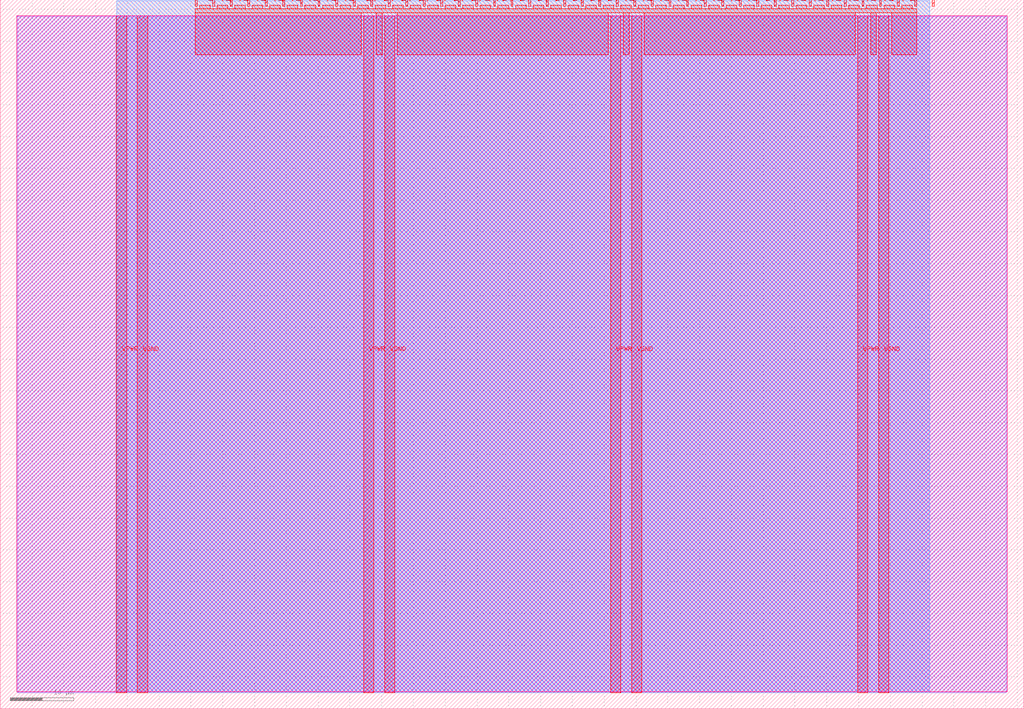
<source format=lef>
VERSION 5.7 ;
  NOWIREEXTENSIONATPIN ON ;
  DIVIDERCHAR "/" ;
  BUSBITCHARS "[]" ;
MACRO tt_um_wokwi_445175272109059073
  CLASS BLOCK ;
  FOREIGN tt_um_wokwi_445175272109059073 ;
  ORIGIN 0.000 0.000 ;
  SIZE 161.000 BY 111.520 ;
  PIN VGND
    DIRECTION INOUT ;
    USE GROUND ;
    PORT
      LAYER met4 ;
        RECT 21.580 2.480 23.180 109.040 ;
    END
    PORT
      LAYER met4 ;
        RECT 60.450 2.480 62.050 109.040 ;
    END
    PORT
      LAYER met4 ;
        RECT 99.320 2.480 100.920 109.040 ;
    END
    PORT
      LAYER met4 ;
        RECT 138.190 2.480 139.790 109.040 ;
    END
  END VGND
  PIN VPWR
    DIRECTION INOUT ;
    USE POWER ;
    PORT
      LAYER met4 ;
        RECT 18.280 2.480 19.880 109.040 ;
    END
    PORT
      LAYER met4 ;
        RECT 57.150 2.480 58.750 109.040 ;
    END
    PORT
      LAYER met4 ;
        RECT 96.020 2.480 97.620 109.040 ;
    END
    PORT
      LAYER met4 ;
        RECT 134.890 2.480 136.490 109.040 ;
    END
  END VPWR
  PIN clk
    DIRECTION INPUT ;
    USE SIGNAL ;
    ANTENNAGATEAREA 0.126000 ;
    PORT
      LAYER met4 ;
        RECT 143.830 110.520 144.130 111.520 ;
    END
  END clk
  PIN ena
    DIRECTION INPUT ;
    USE SIGNAL ;
    PORT
      LAYER met4 ;
        RECT 146.590 110.520 146.890 111.520 ;
    END
  END ena
  PIN rst_n
    DIRECTION INPUT ;
    USE SIGNAL ;
    ANTENNAGATEAREA 0.196500 ;
    PORT
      LAYER met4 ;
        RECT 141.070 110.520 141.370 111.520 ;
    END
  END rst_n
  PIN ui_in[0]
    DIRECTION INPUT ;
    USE SIGNAL ;
    ANTENNAGATEAREA 0.196500 ;
    PORT
      LAYER met4 ;
        RECT 138.310 110.520 138.610 111.520 ;
    END
  END ui_in[0]
  PIN ui_in[1]
    DIRECTION INPUT ;
    USE SIGNAL ;
    PORT
      LAYER met4 ;
        RECT 135.550 110.520 135.850 111.520 ;
    END
  END ui_in[1]
  PIN ui_in[2]
    DIRECTION INPUT ;
    USE SIGNAL ;
    PORT
      LAYER met4 ;
        RECT 132.790 110.520 133.090 111.520 ;
    END
  END ui_in[2]
  PIN ui_in[3]
    DIRECTION INPUT ;
    USE SIGNAL ;
    PORT
      LAYER met4 ;
        RECT 130.030 110.520 130.330 111.520 ;
    END
  END ui_in[3]
  PIN ui_in[4]
    DIRECTION INPUT ;
    USE SIGNAL ;
    PORT
      LAYER met4 ;
        RECT 127.270 110.520 127.570 111.520 ;
    END
  END ui_in[4]
  PIN ui_in[5]
    DIRECTION INPUT ;
    USE SIGNAL ;
    PORT
      LAYER met4 ;
        RECT 124.510 110.520 124.810 111.520 ;
    END
  END ui_in[5]
  PIN ui_in[6]
    DIRECTION INPUT ;
    USE SIGNAL ;
    ANTENNAGATEAREA 0.159000 ;
    PORT
      LAYER met4 ;
        RECT 121.750 110.520 122.050 111.520 ;
    END
  END ui_in[6]
  PIN ui_in[7]
    DIRECTION INPUT ;
    USE SIGNAL ;
    ANTENNAGATEAREA 0.196500 ;
    PORT
      LAYER met4 ;
        RECT 118.990 110.520 119.290 111.520 ;
    END
  END ui_in[7]
  PIN uio_in[0]
    DIRECTION INPUT ;
    USE SIGNAL ;
    PORT
      LAYER met4 ;
        RECT 116.230 110.520 116.530 111.520 ;
    END
  END uio_in[0]
  PIN uio_in[1]
    DIRECTION INPUT ;
    USE SIGNAL ;
    PORT
      LAYER met4 ;
        RECT 113.470 110.520 113.770 111.520 ;
    END
  END uio_in[1]
  PIN uio_in[2]
    DIRECTION INPUT ;
    USE SIGNAL ;
    PORT
      LAYER met4 ;
        RECT 110.710 110.520 111.010 111.520 ;
    END
  END uio_in[2]
  PIN uio_in[3]
    DIRECTION INPUT ;
    USE SIGNAL ;
    PORT
      LAYER met4 ;
        RECT 107.950 110.520 108.250 111.520 ;
    END
  END uio_in[3]
  PIN uio_in[4]
    DIRECTION INPUT ;
    USE SIGNAL ;
    PORT
      LAYER met4 ;
        RECT 105.190 110.520 105.490 111.520 ;
    END
  END uio_in[4]
  PIN uio_in[5]
    DIRECTION INPUT ;
    USE SIGNAL ;
    PORT
      LAYER met4 ;
        RECT 102.430 110.520 102.730 111.520 ;
    END
  END uio_in[5]
  PIN uio_in[6]
    DIRECTION INPUT ;
    USE SIGNAL ;
    PORT
      LAYER met4 ;
        RECT 99.670 110.520 99.970 111.520 ;
    END
  END uio_in[6]
  PIN uio_in[7]
    DIRECTION INPUT ;
    USE SIGNAL ;
    PORT
      LAYER met4 ;
        RECT 96.910 110.520 97.210 111.520 ;
    END
  END uio_in[7]
  PIN uio_oe[0]
    DIRECTION OUTPUT ;
    USE SIGNAL ;
    PORT
      LAYER met4 ;
        RECT 49.990 110.520 50.290 111.520 ;
    END
  END uio_oe[0]
  PIN uio_oe[1]
    DIRECTION OUTPUT ;
    USE SIGNAL ;
    PORT
      LAYER met4 ;
        RECT 47.230 110.520 47.530 111.520 ;
    END
  END uio_oe[1]
  PIN uio_oe[2]
    DIRECTION OUTPUT ;
    USE SIGNAL ;
    PORT
      LAYER met4 ;
        RECT 44.470 110.520 44.770 111.520 ;
    END
  END uio_oe[2]
  PIN uio_oe[3]
    DIRECTION OUTPUT ;
    USE SIGNAL ;
    PORT
      LAYER met4 ;
        RECT 41.710 110.520 42.010 111.520 ;
    END
  END uio_oe[3]
  PIN uio_oe[4]
    DIRECTION OUTPUT ;
    USE SIGNAL ;
    PORT
      LAYER met4 ;
        RECT 38.950 110.520 39.250 111.520 ;
    END
  END uio_oe[4]
  PIN uio_oe[5]
    DIRECTION OUTPUT ;
    USE SIGNAL ;
    PORT
      LAYER met4 ;
        RECT 36.190 110.520 36.490 111.520 ;
    END
  END uio_oe[5]
  PIN uio_oe[6]
    DIRECTION OUTPUT ;
    USE SIGNAL ;
    PORT
      LAYER met4 ;
        RECT 33.430 110.520 33.730 111.520 ;
    END
  END uio_oe[6]
  PIN uio_oe[7]
    DIRECTION OUTPUT ;
    USE SIGNAL ;
    PORT
      LAYER met4 ;
        RECT 30.670 110.520 30.970 111.520 ;
    END
  END uio_oe[7]
  PIN uio_out[0]
    DIRECTION OUTPUT ;
    USE SIGNAL ;
    PORT
      LAYER met4 ;
        RECT 72.070 110.520 72.370 111.520 ;
    END
  END uio_out[0]
  PIN uio_out[1]
    DIRECTION OUTPUT ;
    USE SIGNAL ;
    PORT
      LAYER met4 ;
        RECT 69.310 110.520 69.610 111.520 ;
    END
  END uio_out[1]
  PIN uio_out[2]
    DIRECTION OUTPUT ;
    USE SIGNAL ;
    PORT
      LAYER met4 ;
        RECT 66.550 110.520 66.850 111.520 ;
    END
  END uio_out[2]
  PIN uio_out[3]
    DIRECTION OUTPUT ;
    USE SIGNAL ;
    PORT
      LAYER met4 ;
        RECT 63.790 110.520 64.090 111.520 ;
    END
  END uio_out[3]
  PIN uio_out[4]
    DIRECTION OUTPUT ;
    USE SIGNAL ;
    PORT
      LAYER met4 ;
        RECT 61.030 110.520 61.330 111.520 ;
    END
  END uio_out[4]
  PIN uio_out[5]
    DIRECTION OUTPUT ;
    USE SIGNAL ;
    PORT
      LAYER met4 ;
        RECT 58.270 110.520 58.570 111.520 ;
    END
  END uio_out[5]
  PIN uio_out[6]
    DIRECTION OUTPUT ;
    USE SIGNAL ;
    PORT
      LAYER met4 ;
        RECT 55.510 110.520 55.810 111.520 ;
    END
  END uio_out[6]
  PIN uio_out[7]
    DIRECTION OUTPUT ;
    USE SIGNAL ;
    PORT
      LAYER met4 ;
        RECT 52.750 110.520 53.050 111.520 ;
    END
  END uio_out[7]
  PIN uo_out[0]
    DIRECTION OUTPUT ;
    USE SIGNAL ;
    ANTENNADIFFAREA 0.445500 ;
    PORT
      LAYER met4 ;
        RECT 94.150 110.520 94.450 111.520 ;
    END
  END uo_out[0]
  PIN uo_out[1]
    DIRECTION OUTPUT ;
    USE SIGNAL ;
    ANTENNADIFFAREA 0.445500 ;
    PORT
      LAYER met4 ;
        RECT 91.390 110.520 91.690 111.520 ;
    END
  END uo_out[1]
  PIN uo_out[2]
    DIRECTION OUTPUT ;
    USE SIGNAL ;
    PORT
      LAYER met4 ;
        RECT 88.630 110.520 88.930 111.520 ;
    END
  END uo_out[2]
  PIN uo_out[3]
    DIRECTION OUTPUT ;
    USE SIGNAL ;
    PORT
      LAYER met4 ;
        RECT 85.870 110.520 86.170 111.520 ;
    END
  END uo_out[3]
  PIN uo_out[4]
    DIRECTION OUTPUT ;
    USE SIGNAL ;
    PORT
      LAYER met4 ;
        RECT 83.110 110.520 83.410 111.520 ;
    END
  END uo_out[4]
  PIN uo_out[5]
    DIRECTION OUTPUT ;
    USE SIGNAL ;
    PORT
      LAYER met4 ;
        RECT 80.350 110.520 80.650 111.520 ;
    END
  END uo_out[5]
  PIN uo_out[6]
    DIRECTION OUTPUT ;
    USE SIGNAL ;
    ANTENNADIFFAREA 0.445500 ;
    PORT
      LAYER met4 ;
        RECT 77.590 110.520 77.890 111.520 ;
    END
  END uo_out[6]
  PIN uo_out[7]
    DIRECTION OUTPUT ;
    USE SIGNAL ;
    PORT
      LAYER met4 ;
        RECT 74.830 110.520 75.130 111.520 ;
    END
  END uo_out[7]
  OBS
      LAYER nwell ;
        RECT 2.570 2.635 158.430 108.990 ;
      LAYER li1 ;
        RECT 2.760 2.635 158.240 108.885 ;
      LAYER met1 ;
        RECT 2.760 2.480 158.240 109.040 ;
      LAYER met2 ;
        RECT 18.310 2.535 146.190 111.365 ;
      LAYER met3 ;
        RECT 18.290 2.555 146.215 111.345 ;
      LAYER met4 ;
        RECT 31.370 110.120 33.030 110.665 ;
        RECT 34.130 110.120 35.790 110.665 ;
        RECT 36.890 110.120 38.550 110.665 ;
        RECT 39.650 110.120 41.310 110.665 ;
        RECT 42.410 110.120 44.070 110.665 ;
        RECT 45.170 110.120 46.830 110.665 ;
        RECT 47.930 110.120 49.590 110.665 ;
        RECT 50.690 110.120 52.350 110.665 ;
        RECT 53.450 110.120 55.110 110.665 ;
        RECT 56.210 110.120 57.870 110.665 ;
        RECT 58.970 110.120 60.630 110.665 ;
        RECT 61.730 110.120 63.390 110.665 ;
        RECT 64.490 110.120 66.150 110.665 ;
        RECT 67.250 110.120 68.910 110.665 ;
        RECT 70.010 110.120 71.670 110.665 ;
        RECT 72.770 110.120 74.430 110.665 ;
        RECT 75.530 110.120 77.190 110.665 ;
        RECT 78.290 110.120 79.950 110.665 ;
        RECT 81.050 110.120 82.710 110.665 ;
        RECT 83.810 110.120 85.470 110.665 ;
        RECT 86.570 110.120 88.230 110.665 ;
        RECT 89.330 110.120 90.990 110.665 ;
        RECT 92.090 110.120 93.750 110.665 ;
        RECT 94.850 110.120 96.510 110.665 ;
        RECT 97.610 110.120 99.270 110.665 ;
        RECT 100.370 110.120 102.030 110.665 ;
        RECT 103.130 110.120 104.790 110.665 ;
        RECT 105.890 110.120 107.550 110.665 ;
        RECT 108.650 110.120 110.310 110.665 ;
        RECT 111.410 110.120 113.070 110.665 ;
        RECT 114.170 110.120 115.830 110.665 ;
        RECT 116.930 110.120 118.590 110.665 ;
        RECT 119.690 110.120 121.350 110.665 ;
        RECT 122.450 110.120 124.110 110.665 ;
        RECT 125.210 110.120 126.870 110.665 ;
        RECT 127.970 110.120 129.630 110.665 ;
        RECT 130.730 110.120 132.390 110.665 ;
        RECT 133.490 110.120 135.150 110.665 ;
        RECT 136.250 110.120 137.910 110.665 ;
        RECT 139.010 110.120 140.670 110.665 ;
        RECT 141.770 110.120 143.430 110.665 ;
        RECT 30.655 109.440 144.145 110.120 ;
        RECT 30.655 102.855 56.750 109.440 ;
        RECT 59.150 102.855 60.050 109.440 ;
        RECT 62.450 102.855 95.620 109.440 ;
        RECT 98.020 102.855 98.920 109.440 ;
        RECT 101.320 102.855 134.490 109.440 ;
        RECT 136.890 102.855 137.790 109.440 ;
        RECT 140.190 102.855 144.145 109.440 ;
  END
END tt_um_wokwi_445175272109059073
END LIBRARY


</source>
